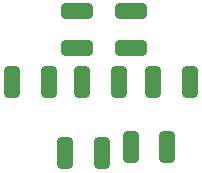
<source format=gbr>
%TF.GenerationSoftware,KiCad,Pcbnew,9.0.7*%
%TF.CreationDate,2026-01-19T15:41:53+08:00*%
%TF.ProjectId,mini-ir-blaster,6d696e69-2d69-4722-9d62-6c6173746572,rev?*%
%TF.SameCoordinates,Original*%
%TF.FileFunction,Paste,Bot*%
%TF.FilePolarity,Positive*%
%FSLAX46Y46*%
G04 Gerber Fmt 4.6, Leading zero omitted, Abs format (unit mm)*
G04 Created by KiCad (PCBNEW 9.0.7) date 2026-01-19 15:41:53*
%MOMM*%
%LPD*%
G01*
G04 APERTURE LIST*
G04 Aperture macros list*
%AMRoundRect*
0 Rectangle with rounded corners*
0 $1 Rounding radius*
0 $2 $3 $4 $5 $6 $7 $8 $9 X,Y pos of 4 corners*
0 Add a 4 corners polygon primitive as box body*
4,1,4,$2,$3,$4,$5,$6,$7,$8,$9,$2,$3,0*
0 Add four circle primitives for the rounded corners*
1,1,$1+$1,$2,$3*
1,1,$1+$1,$4,$5*
1,1,$1+$1,$6,$7*
1,1,$1+$1,$8,$9*
0 Add four rect primitives between the rounded corners*
20,1,$1+$1,$2,$3,$4,$5,0*
20,1,$1+$1,$4,$5,$6,$7,0*
20,1,$1+$1,$6,$7,$8,$9,0*
20,1,$1+$1,$8,$9,$2,$3,0*%
G04 Aperture macros list end*
%ADD10RoundRect,0.250000X-1.075000X0.400000X-1.075000X-0.400000X1.075000X-0.400000X1.075000X0.400000X0*%
%ADD11RoundRect,0.250000X0.400000X1.075000X-0.400000X1.075000X-0.400000X-1.075000X0.400000X-1.075000X0*%
%ADD12RoundRect,0.250000X-0.400000X-1.075000X0.400000X-1.075000X0.400000X1.075000X-0.400000X1.075000X0*%
%ADD13RoundRect,0.250000X1.075000X-0.400000X1.075000X0.400000X-1.075000X0.400000X-1.075000X-0.400000X0*%
G04 APERTURE END LIST*
D10*
%TO.C,R7*%
X185000000Y-104500000D03*
X185000000Y-107600000D03*
%TD*%
D11*
%TO.C,R6*%
X190000000Y-110500000D03*
X186900000Y-110500000D03*
%TD*%
%TO.C,R5*%
X184000000Y-110500000D03*
X180900000Y-110500000D03*
%TD*%
D12*
%TO.C,R4*%
X185000000Y-116000000D03*
X188100000Y-116000000D03*
%TD*%
D11*
%TO.C,R3*%
X182550000Y-116500000D03*
X179450000Y-116500000D03*
%TD*%
D13*
%TO.C,R2*%
X180500000Y-107600000D03*
X180500000Y-104500000D03*
%TD*%
D11*
%TO.C,R1*%
X178100000Y-110500000D03*
X175000000Y-110500000D03*
%TD*%
M02*

</source>
